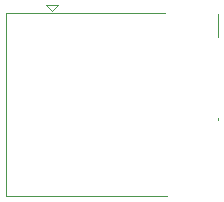
<source format=gbo>
%TF.GenerationSoftware,KiCad,Pcbnew,(6.0.5-22-g43b8adad1a)*%
%TF.CreationDate,2022-05-13T22:53:21-07:00*%
%TF.ProjectId,shadystake,73686164-7973-4746-916b-652e6b696361,rev?*%
%TF.SameCoordinates,Original*%
%TF.FileFunction,Legend,Bot*%
%TF.FilePolarity,Positive*%
%FSLAX46Y46*%
G04 Gerber Fmt 4.6, Leading zero omitted, Abs format (unit mm)*
G04 Created by KiCad (PCBNEW (6.0.5-22-g43b8adad1a)) date 2022-05-13 22:53:21*
%MOMM*%
%LPD*%
G01*
G04 APERTURE LIST*
G04 Aperture macros list*
%AMFreePoly0*
4,1,70,3.024478,2.747614,3.340181,2.672791,3.645063,2.561823,3.935000,2.416211,4.206072,2.237924,4.454614,2.029372,4.677264,1.793377,4.871011,1.533130,5.033235,1.252150,5.161742,0.954236,5.254795,0.643418,5.311135,0.323899,5.330000,0.000000,5.310970,-0.095671,5.256777,-0.176777,5.175671,-0.230970,5.080000,-0.250000,3.429000,-0.250000,2.921000,0.000000,3.429000,0.250000,
4.818799,0.250000,4.816435,0.287581,4.762441,0.570626,4.673398,0.844672,4.550710,1.105397,4.396312,1.348690,4.212639,1.570713,4.002587,1.767964,3.769470,1.937334,3.516963,2.076151,3.249048,2.182226,2.969952,2.253886,2.684075,2.290000,2.395925,2.290000,2.110048,2.253886,1.830952,2.182226,1.563037,2.076151,1.310530,1.937334,1.077413,1.767964,0.867361,1.570713,
0.683688,1.348690,0.529290,1.105397,0.406602,0.844672,0.317559,0.570626,0.263565,0.287581,0.246560,0.017294,0.250000,0.000000,0.230970,-0.095671,0.176777,-0.176777,0.095671,-0.230970,0.000000,-0.250000,-0.095671,-0.230970,-0.176777,-0.176777,-0.230970,-0.095671,-0.250000,0.000000,-0.231135,0.323899,-0.174795,0.643418,-0.081742,0.954236,0.046765,1.252150,0.208989,1.533130,
0.402736,1.793377,0.625386,2.029372,0.873928,2.237924,1.145000,2.416211,1.434937,2.561823,1.739819,2.672791,2.055522,2.747614,2.377776,2.785280,2.702224,2.785280,3.024478,2.747614,3.024478,2.747614,$1*%
%AMFreePoly1*
4,1,24,0.095671,4.929970,0.176777,4.875777,0.230970,4.794671,0.250000,4.699000,0.250000,0.000000,0.230970,-0.095671,0.176777,-0.176777,0.095671,-0.230970,0.000000,-0.250000,-0.095671,-0.230970,-0.176777,-0.176777,-0.230970,-0.095671,-0.250000,0.000000,-0.250000,2.798000,-1.651000,2.798000,-2.159000,3.048000,-1.651000,3.298000,-0.250000,3.298000,-0.250000,4.699000,-0.230970,4.794671,
-0.176777,4.875777,-0.095671,4.929970,0.000000,4.949000,0.095671,4.929970,0.095671,4.929970,$1*%
G04 Aperture macros list end*
%ADD10C,0.120000*%
%ADD11C,0.100000*%
%ADD12C,2.921000*%
%ADD13C,3.250000*%
%ADD14R,1.520000X1.520000*%
%ADD15C,1.520000*%
%ADD16C,3.200000*%
%ADD17R,1.500000X1.500000*%
%ADD18C,1.500000*%
%ADD19C,0.500000*%
%ADD20FreePoly0,270.000000*%
%ADD21FreePoly1,270.000000*%
%ADD22FreePoly0,0.000000*%
%ADD23FreePoly1,0.000000*%
G04 APERTURE END LIST*
D10*
X54520000Y-106702500D02*
X72480000Y-106702500D01*
X54520000Y-122222500D02*
X72480000Y-122222500D01*
X57900000Y-106017500D02*
X58900000Y-106017500D01*
X54520000Y-122222500D02*
X54520000Y-106702500D01*
X72480000Y-106702500D02*
X72480000Y-122222500D01*
X58900000Y-106017500D02*
X58400000Y-106517500D01*
X58400000Y-106517500D02*
X57900000Y-106017500D01*
%LPC*%
D11*
X177800000Y-132080000D02*
X101600000Y-132080000D01*
X101600000Y-132080000D02*
X101600000Y-96520000D01*
X101600000Y-96520000D02*
X177800000Y-96520000D01*
X177800000Y-96520000D02*
X177800000Y-132080000D01*
G36*
X177800000Y-132080000D02*
G01*
X101600000Y-132080000D01*
X101600000Y-96520000D01*
X177800000Y-96520000D01*
X177800000Y-132080000D01*
G37*
D12*
X69532500Y-85725000D02*
G75*
G03*
X69532500Y-85725000I-1460500J0D01*
G01*
X69532500Y-80645000D02*
G75*
G03*
X69532500Y-80645000I-1460500J0D01*
G01*
X73850500Y-111760000D02*
G75*
G03*
X73850500Y-111760000I-1460500J0D01*
G01*
X74866500Y-85852000D02*
G75*
G03*
X74866500Y-85852000I-1460500J0D01*
G01*
X73596500Y-143764000D02*
G75*
G03*
X73596500Y-143764000I-1460500J0D01*
G01*
X73850500Y-118745000D02*
G75*
G03*
X73850500Y-118745000I-1460500J0D01*
G01*
D13*
X87630000Y-139550000D03*
X77470000Y-139550000D03*
D14*
X79380000Y-130660000D03*
D15*
X80650000Y-133200000D03*
X81920000Y-130660000D03*
X83190000Y-133200000D03*
X84460000Y-130660000D03*
X85730000Y-133200000D03*
D13*
X87630000Y-101750000D03*
X77470000Y-101750000D03*
D14*
X85720000Y-110640000D03*
D15*
X84450000Y-108100000D03*
X83180000Y-110640000D03*
X81910000Y-108100000D03*
X80640000Y-110640000D03*
X79370000Y-108100000D03*
D13*
X77470000Y-89050000D03*
X87630000Y-89050000D03*
D14*
X85720000Y-97940000D03*
D15*
X84450000Y-95400000D03*
X83180000Y-97940000D03*
X81910000Y-95400000D03*
X80640000Y-97940000D03*
X79370000Y-95400000D03*
D13*
X63650000Y-127000000D03*
X63650000Y-137160000D03*
D14*
X72540000Y-128910000D03*
D15*
X70000000Y-130180000D03*
X72540000Y-131450000D03*
X70000000Y-132720000D03*
X72540000Y-133990000D03*
X70000000Y-135260000D03*
D13*
X63650000Y-91440000D03*
X63650000Y-101600000D03*
D14*
X72540000Y-93350000D03*
D15*
X70000000Y-94620000D03*
X72540000Y-95890000D03*
X70000000Y-97160000D03*
X72540000Y-98430000D03*
X70000000Y-99700000D03*
D13*
X77470000Y-126850000D03*
X87630000Y-126850000D03*
D14*
X79380000Y-117960000D03*
D15*
X80650000Y-120500000D03*
X81920000Y-117960000D03*
X83190000Y-120500000D03*
X84460000Y-117960000D03*
X85730000Y-120500000D03*
D16*
X64750000Y-108747500D03*
X64750000Y-120177500D03*
D17*
X58400000Y-110017500D03*
D18*
X55860000Y-111287500D03*
X58400000Y-112557500D03*
X55860000Y-113827500D03*
X58400000Y-115097500D03*
X55860000Y-116367500D03*
X58400000Y-117637500D03*
X55860000Y-118907500D03*
D19*
X70612000Y-85725000D03*
X68072000Y-88265000D03*
D20*
X68072000Y-83185000D03*
D21*
X65024000Y-85725000D03*
D20*
X68072000Y-78105000D03*
D19*
X70612000Y-80645000D03*
X68072000Y-83185000D03*
D21*
X65024000Y-80645000D03*
D19*
X72390000Y-114300000D03*
D20*
X72390000Y-109220000D03*
D19*
X74930000Y-111760000D03*
D21*
X69342000Y-111760000D03*
D22*
X70866000Y-85852000D03*
D19*
X73406000Y-83312000D03*
X75946000Y-85852000D03*
D23*
X73406000Y-88900000D03*
D20*
X72136000Y-141224000D03*
D19*
X72136000Y-146304000D03*
X74676000Y-143764000D03*
D21*
X69088000Y-143764000D03*
D20*
X72390000Y-116205000D03*
D19*
X74930000Y-118745000D03*
X72390000Y-121285000D03*
D21*
X69342000Y-118745000D03*
M02*

</source>
